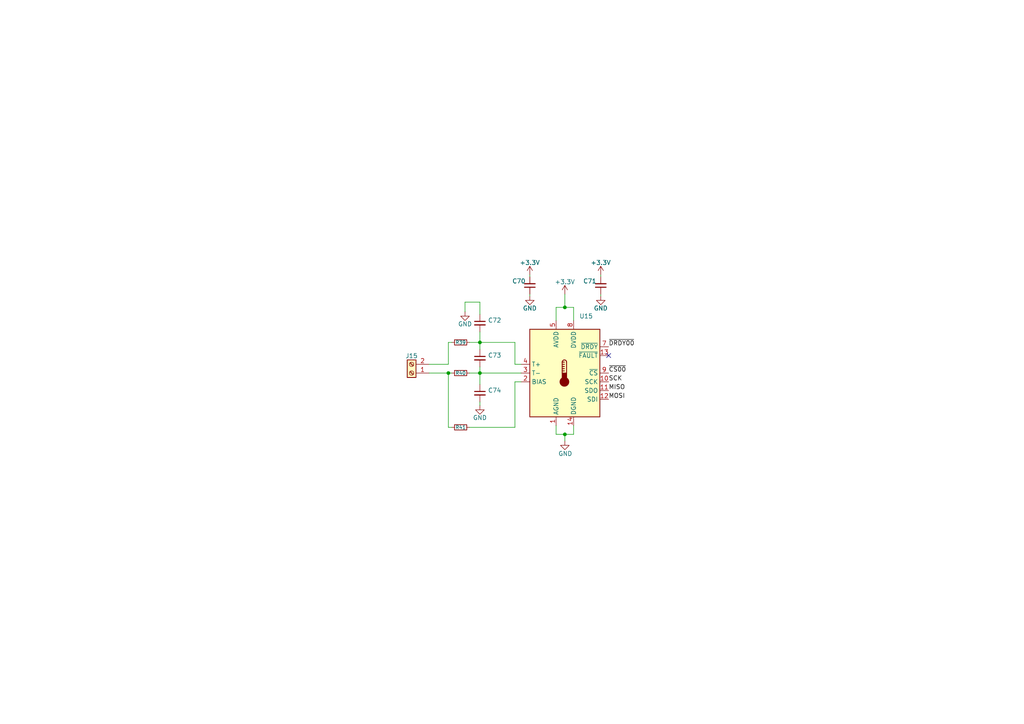
<source format=kicad_sch>
(kicad_sch (version 20211123) (generator eeschema)
  (paper "A4")
  (lib_symbols
    (symbol "Connector:Screw_Terminal_01x02" (pin_names (offset 1.016) hide)
      (property "Reference" "J" (at 0 2.54 0))
      (property "Value" "Screw_Terminal_01x02" (at 0 -5.08 0))
      (symbol "Screw_Terminal_01x02_1_1"
        (rectangle (start -1.27 1.27) (end 1.27 -3.81) (stroke (width 0.254)) (fill (type background)))
        (circle (center 0 -2.54) (radius 0.635) (stroke (width 0.1524)))
        (polyline (pts (xy -0.5334 -2.2098) (xy 0.3302 -3.048)) (stroke (width 0.1524)))
        (polyline (pts (xy -0.5334 0.3302) (xy 0.3302 -0.508)) (stroke (width 0.1524)))
        (polyline (pts (xy -0.3556 -2.032) (xy 0.508 -2.8702)) (stroke (width 0.1524)))
        (polyline (pts (xy -0.3556 0.508) (xy 0.508 -0.3302)) (stroke (width 0.1524)))
        (circle (center 0 0) (radius 0.635) (stroke (width 0.1524)))
        (pin passive line (at -5.08 0 0) (length 3.81) (name "Pin_1") (number "1"))
        (pin passive line (at -5.08 -2.54 0) (length 3.81) (name "Pin_2") (number "2"))
      )
    )
    (symbol "Device:C_Small" (pin_numbers hide) (pin_names (offset 0.254) hide)
      (property "Reference" "C" (at 0.254 1.778 0))
      (property "Value" "C_Small" (at 0.254 -2.032 0))
      (symbol "C_Small_0_1"
        (polyline (pts (xy -1.524 -0.508) (xy 1.524 -0.508)) (stroke (width 0.3302)))
        (polyline (pts (xy -1.524 0.508) (xy 1.524 0.508)) (stroke (width 0.3048)))
      )
      (symbol "C_Small_1_1"
        (pin passive line (at 0 2.54 270) (length 2.032) (name "~") (number "1"))
        (pin passive line (at 0 -2.54 90) (length 2.032) (name "~") (number "2"))
      )
    )
    (symbol "Device:R_Small" (pin_numbers hide) (pin_names (offset 0.254) hide)
      (property "Reference" "R" (at 0.762 0.508 0))
      (property "Value" "R_Small" (at 0.762 -1.016 0))
      (symbol "R_Small_0_1"
        (rectangle (start -0.762 1.778) (end 0.762 -1.778) (stroke (width 0.2032)))
      )
      (symbol "R_Small_1_1"
        (pin passive line (at 0 2.54 270) (length 0.762) (name "~") (number "1"))
        (pin passive line (at 0 -2.54 90) (length 0.762) (name "~") (number "2"))
      )
    )
    (symbol "Sensor_Temperature:MAX31856"
      (property "Reference" "U" (at -7.62 13.97 0))
      (property "Value" "MAX31856" (at 13.97 13.97 0))
      (symbol "MAX31856_0_1"
        (rectangle (start -10.16 12.7) (end 10.16 -12.7) (stroke (width 0.254)) (fill (type background)))
        (circle (center -0.127 -2.54) (radius 1.27) (stroke (width 0.254)) (fill (type outline)))
        (polyline (pts (xy -0.762 0.635) (xy -0.127 0.635)) (stroke (width 0.254)))
        (polyline (pts (xy -0.762 1.27) (xy -0.127 1.27)) (stroke (width 0.254)))
        (polyline (pts (xy -0.762 1.905) (xy -0.127 1.905)) (stroke (width 0.254)))
        (polyline (pts (xy -0.762 2.54) (xy -0.127 2.54)) (stroke (width 0.254)))
        (polyline (pts (xy -0.762 3.175) (xy -0.762 0)) (stroke (width 0.254)))
        (polyline (pts (xy -0.762 3.175) (xy -0.127 3.175)) (stroke (width 0.254)))
        (polyline (pts (xy 0.508 3.175) (xy 0.508 0)) (stroke (width 0.254)))
        (rectangle (start 0.508 -1.905) (end -0.762 0) (stroke (width 0.254)) (fill (type outline)))
        (arc (start 0.508 3.175) (mid -0.127 3.81) (end -0.762 3.175) (stroke (width 0.254)))
      )
      (symbol "MAX31856_1_1"
        (pin power_in line (at -2.54 -15.24 90) (length 2.54) (name "AGND") (number "1"))
        (pin input line (at 12.7 -2.54 180) (length 2.54) (name "SCK") (number "10"))
        (pin output line (at 12.7 -5.08 180) (length 2.54) (name "SDO") (number "11"))
        (pin input line (at 12.7 -7.62 180) (length 2.54) (name "SDI") (number "12"))
        (pin output line (at 12.7 5.08 180) (length 2.54) (name "~{FAULT}") (number "13"))
        (pin power_in line (at 2.54 -15.24 90) (length 2.54) (name "DGND") (number "14"))
        (pin input line (at -12.7 -2.54 0) (length 2.54) (name "BIAS") (number "2"))
        (pin input line (at -12.7 0 0) (length 2.54) (name "T-") (number "3"))
        (pin input line (at -12.7 2.54 0) (length 2.54) (name "T+") (number "4"))
        (pin power_in line (at -2.54 15.24 270) (length 2.54) (name "AVDD") (number "5"))
        (pin no_connect line (at -10.16 -7.62 0) (length 2.54) hide (name "DNC") (number "6"))
        (pin output line (at 12.7 7.62 180) (length 2.54) (name "~{DRDY}") (number "7"))
        (pin power_in line (at 2.54 15.24 270) (length 2.54) (name "DVDD") (number "8"))
        (pin input line (at 12.7 0 180) (length 2.54) (name "~{CS}") (number "9"))
      )
    )
    (symbol "power:+3.3V" (power) (pin_names (offset 0))
      (property "Value" "+3.3V" (at 0 3.556 0))
      (symbol "+3.3V_0_1"
        (polyline (pts (xy -0.762 1.27) (xy 0 2.54)))
        (polyline (pts (xy 0 0) (xy 0 2.54)))
        (polyline (pts (xy 0 2.54) (xy 0.762 1.27)))
      )
      (symbol "+3.3V_1_1"
        (pin power_in line (at 0 0 90) (length 0) hide (name "+3.3V") (number "1"))
      )
    )
    (symbol "power:GND" (power) (pin_names (offset 0))
      (property "Value" "GND" (at 0 -3.81 0))
      (symbol "GND_0_1"
        (polyline (pts (xy 0 0) (xy 0 -1.27) (xy 1.27 -1.27) (xy 0 -2.54) (xy -1.27 -1.27) (xy 0 -1.27)))
      )
      (symbol "GND_1_1"
        (pin power_in line (at 0 0 270) (length 0) hide (name "GND") (number "1"))
      )
    )
  )
  (junction (at 130.048 108.204))
  (junction (at 163.83 125.984))
  (junction (at 139.192 108.204))
  (junction (at 139.192 99.314))
  (junction (at 163.83 89.154))
  (no_connect (at 176.53 103.124))
  (wire (pts (xy 163.83 89.154) (xy 166.37 89.154)))
  (wire (pts (xy 163.83 85.344) (xy 163.83 89.154)))
  (wire (pts (xy 130.048 99.314) (xy 131.064 99.314)))
  (wire (pts (xy 130.048 123.952) (xy 131.064 123.952)))
  (wire (pts (xy 139.192 116.586) (xy 139.192 117.602)))
  (wire (pts (xy 139.192 108.204) (xy 139.192 111.506)))
  (wire (pts (xy 139.192 108.204) (xy 151.13 108.204)))
  (wire (pts (xy 151.13 105.664) (xy 149.352 105.664)))
  (wire (pts (xy 174.244 79.756) (xy 174.244 80.264)))
  (wire (pts (xy 149.352 105.664) (xy 149.352 99.314)))
  (wire (pts (xy 149.352 123.952) (xy 136.144 123.952)))
  (wire (pts (xy 153.67 85.344) (xy 153.67 85.852)))
  (wire (pts (xy 124.46 108.204) (xy 130.048 108.204)))
  (wire (pts (xy 163.83 125.984) (xy 163.83 127.889)))
  (wire (pts (xy 124.46 105.664) (xy 130.048 105.664)))
  (wire (pts (xy 149.352 110.744) (xy 149.352 123.952)))
  (wire (pts (xy 136.144 108.204) (xy 139.192 108.204)))
  (wire (pts (xy 139.192 99.314) (xy 139.192 101.346)))
  (wire (pts (xy 130.048 108.204) (xy 131.064 108.204)))
  (wire (pts (xy 134.874 87.63) (xy 134.874 90.424)))
  (wire (pts (xy 130.048 108.204) (xy 130.048 123.952)))
  (wire (pts (xy 161.29 92.964) (xy 161.29 89.154)))
  (wire (pts (xy 139.192 106.426) (xy 139.192 108.204)))
  (wire (pts (xy 139.192 87.63) (xy 134.874 87.63)))
  (wire (pts (xy 139.192 96.266) (xy 139.192 99.314)))
  (wire (pts (xy 136.144 99.314) (xy 139.192 99.314)))
  (wire (pts (xy 130.048 99.314) (xy 130.048 105.664)))
  (wire (pts (xy 174.244 85.344) (xy 174.244 85.852)))
  (wire (pts (xy 166.37 89.154) (xy 166.37 92.964)))
  (wire (pts (xy 166.37 125.984) (xy 166.37 123.444)))
  (wire (pts (xy 161.29 123.444) (xy 161.29 125.984)))
  (wire (pts (xy 151.13 110.744) (xy 149.352 110.744)))
  (wire (pts (xy 163.83 125.984) (xy 166.37 125.984)))
  (wire (pts (xy 139.192 91.186) (xy 139.192 87.63)))
  (wire (pts (xy 161.29 89.154) (xy 163.83 89.154)))
  (wire (pts (xy 161.29 125.984) (xy 163.83 125.984)))
  (wire (pts (xy 153.67 79.756) (xy 153.67 80.264)))
  (wire (pts (xy 149.352 99.314) (xy 139.192 99.314)))
  (label "~{CS00}" (at 176.53 108.204 0))
  (label "SCK" (at 176.53 110.744 0))
  (label "MISO" (at 176.53 113.284 0))
  (label "MOSI" (at 176.53 115.824 0))
  (label "~{DRDY00}" (at 176.53 100.584 0))
  (symbol (lib_id "Device:C_Small") (at 139.192 103.886 0) (unit 1)
    (property "Reference" "C73" (at 141.5161 103.0576 0) (effects (justify left)))
  )
  (symbol (lib_id "Device:R_Small") (at 133.604 123.952 90) (unit 1)
    (property "Reference" "R41" (at 133.604 123.952 90) (effects (font (size 1 1))))
  )
  (symbol (lib_id "Device:C_Small") (at 174.244 82.804 0) (mirror x) (unit 1)
    (property "Reference" "C71" (at 171.069 81.534 0))
  )
  (symbol (lib_id "Device:C_Small") (at 153.67 82.804 0) (mirror x) (unit 1)
    (property "Reference" "C70" (at 150.495 81.534 0))
  )
  (symbol (lib_id "Sensor_Temperature:MAX31856") (at 163.83 108.204 0) (unit 1)
    (property "Reference" "U15" (at 168.021 91.6971 0) (effects (justify left)))
    (property "Datasheet" "https://datasheets.maximintegrated.com/en/ds/MAX31856.pdf" (effects hide))
  )
  (symbol (lib_id "Device:R_Small") (at 133.604 99.314 90) (unit 1)
    (property "Reference" "R39" (at 133.604 99.314 90) (effects (font (size 1 1))))
  )
  (symbol (lib_id "Device:R_Small") (at 133.604 108.204 90) (unit 1)
    (property "Reference" "R40" (at 133.604 108.204 90) (effects (font (size 1 1))))
  )
  (symbol (lib_id "Device:C_Small") (at 139.192 114.046 0) (unit 1)
    (property "Reference" "C74" (at 141.5161 113.2176 0) (effects (justify left)))
  )
  (symbol (lib_id "power:GND") (at 134.874 90.424 0) (mirror y) (unit 1)
    (property "Reference" "#PWR0117" (effects hide))
  )
  (symbol (lib_id "Device:C_Small") (at 139.192 93.726 0) (unit 1)
    (property "Reference" "C72" (at 141.5161 92.8976 0) (effects (justify left)))
  )
  (symbol (lib_id "power:GND") (at 163.83 127.889 0) (unit 1)
    (property "Reference" "#PWR0119" (effects hide))
  )
  (symbol (lib_id "power:+3.3V") (at 163.83 85.344 0) (unit 1)
    (property "Reference" "#PWR0114" (effects hide))
  )
  (symbol (lib_id "power:+3.3V") (at 153.67 79.756 0) (unit 1)
    (property "Reference" "#PWR0112" (effects hide))
  )
  (symbol (lib_id "Connector:Screw_Terminal_01x02") (at 119.38 108.204 180) (unit 1)
    (property "Reference" "J15" (at 119.38 103.2312 0))
  )
  (symbol (lib_id "power:GND") (at 174.244 85.852 0) (mirror y) (unit 1)
    (property "Reference" "#PWR0116" (effects hide))
  )
  (symbol (lib_id "power:+3.3V") (at 174.244 79.756 0) (unit 1)
    (property "Reference" "#PWR0113" (effects hide))
  )
  (symbol (lib_id "power:GND") (at 153.67 85.852 0) (mirror y) (unit 1)
    (property "Reference" "#PWR0115" (effects hide))
  )
  (symbol (lib_id "power:GND") (at 139.192 117.602 0) (mirror y) (unit 1)
    (property "Reference" "#PWR0118" (effects hide))
  )
)
</source>
